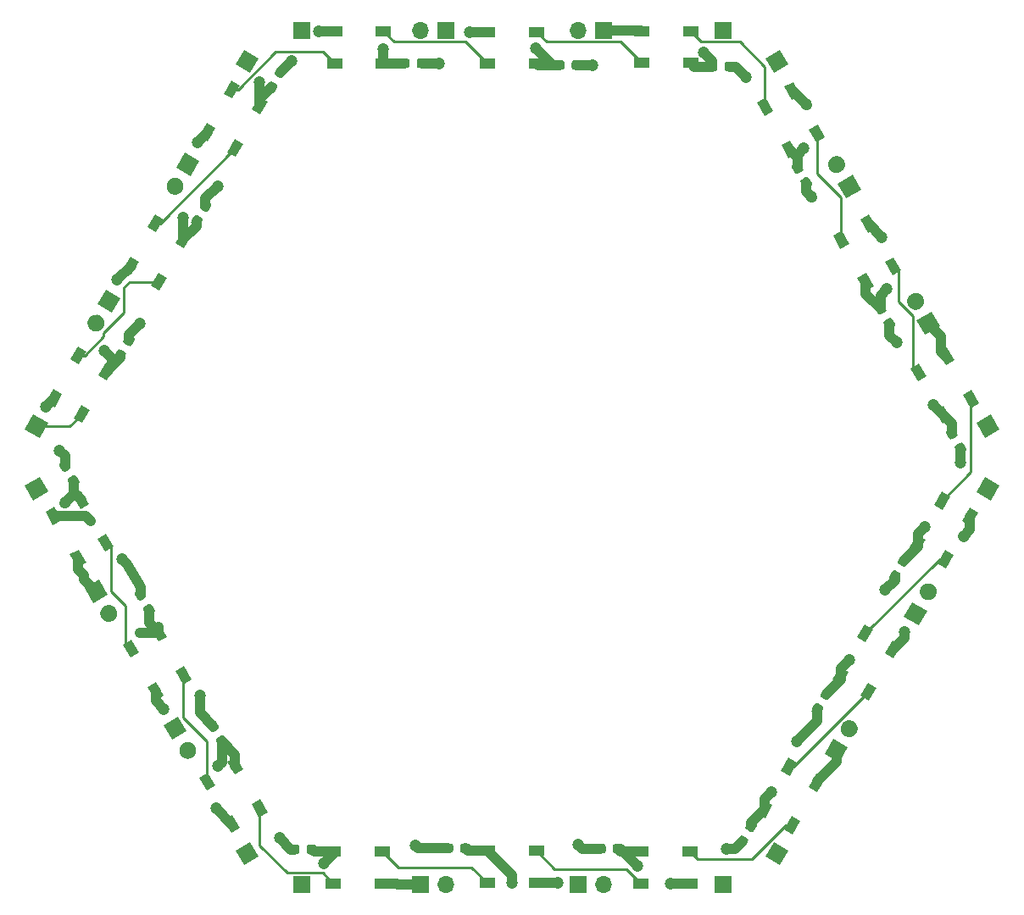
<source format=gtl>
%TF.GenerationSoftware,KiCad,Pcbnew,(5.1.6-0-10_14)*%
%TF.CreationDate,2022-03-25T15:42:39-05:00*%
%TF.ProjectId,ws2812b_hexagon_BACKUP_20220323,77733238-3132-4625-9f68-657861676f6e,rev?*%
%TF.SameCoordinates,Original*%
%TF.FileFunction,Copper,L1,Top*%
%TF.FilePolarity,Positive*%
%FSLAX46Y46*%
G04 Gerber Fmt 4.6, Leading zero omitted, Abs format (unit mm)*
G04 Created by KiCad (PCBNEW (5.1.6-0-10_14)) date 2022-03-25 15:42:39*
%MOMM*%
%LPD*%
G01*
G04 APERTURE LIST*
%TA.AperFunction,ComponentPad*%
%ADD10C,0.100000*%
%TD*%
%TA.AperFunction,ComponentPad*%
%ADD11R,1.700000X1.700000*%
%TD*%
%TA.AperFunction,ComponentPad*%
%ADD12O,1.700000X1.700000*%
%TD*%
%TA.AperFunction,SMDPad,CuDef*%
%ADD13C,0.100000*%
%TD*%
%TA.AperFunction,SMDPad,CuDef*%
%ADD14R,1.500000X1.000000*%
%TD*%
%TA.AperFunction,ViaPad*%
%ADD15C,1.200000*%
%TD*%
%TA.AperFunction,ViaPad*%
%ADD16C,1.000000*%
%TD*%
%TA.AperFunction,Conductor*%
%ADD17C,1.000000*%
%TD*%
%TA.AperFunction,Conductor*%
%ADD18C,0.250000*%
%TD*%
G04 APERTURE END LIST*
%TO.P,J22,2*%
%TO.N,GND*%
%TA.AperFunction,ComponentPad*%
G36*
G01*
X132110329Y-136301694D02*
X132110329Y-136301694D01*
G75*
G02*
X132421451Y-135140572I736122J425000D01*
G01*
X132421451Y-135140572D01*
G75*
G02*
X133582573Y-135451694I425000J-736122D01*
G01*
X133582573Y-135451694D01*
G75*
G02*
X133271451Y-136612816I-736122J-425000D01*
G01*
X133271451Y-136612816D01*
G75*
G02*
X132110329Y-136301694I-425000J736122D01*
G01*
G37*
%TD.AperFunction*%
%TA.AperFunction,ComponentPad*%
D10*
%TO.P,J22,1*%
%TO.N,+5V*%
G36*
X131265329Y-134838111D02*
G01*
X130415329Y-133365867D01*
X131887573Y-132515867D01*
X132737573Y-133988111D01*
X131265329Y-134838111D01*
G37*
%TD.AperFunction*%
%TD*%
D11*
%TO.P,J18,1*%
%TO.N,+5V*%
X171862651Y-149293748D03*
D12*
%TO.P,J18,2*%
%TO.N,GND*%
X174402651Y-149293748D03*
%TD*%
D11*
%TO.P,J17,1*%
%TO.N,/in*%
X186284307Y-149292789D03*
%TD*%
%TO.P,J20,1*%
%TO.N,/in*%
X144197683Y-149296615D03*
%TD*%
%TA.AperFunction,ComponentPad*%
D10*
%TO.P,J21,1*%
%TO.N,/in*%
G36*
X139099231Y-145004909D02*
G01*
X139949231Y-146477153D01*
X138476987Y-147327153D01*
X137626987Y-145854909D01*
X139099231Y-145004909D01*
G37*
%TD.AperFunction*%
%TD*%
%TA.AperFunction,ComponentPad*%
%TO.P,J23,1*%
%TO.N,GND*%
G36*
X123368103Y-121156510D02*
G01*
X122518103Y-119684266D01*
X123990347Y-118834266D01*
X124840347Y-120306510D01*
X123368103Y-121156510D01*
G37*
%TD.AperFunction*%
%TO.P,J23,2*%
%TO.N,+5V*%
%TA.AperFunction,ComponentPad*%
G36*
G01*
X124213103Y-122620093D02*
X124213103Y-122620093D01*
G75*
G02*
X124524225Y-121458971I736122J425000D01*
G01*
X124524225Y-121458971D01*
G75*
G02*
X125685347Y-121770093I425000J-736122D01*
G01*
X125685347Y-121770093D01*
G75*
G02*
X125374225Y-122931215I-736122J-425000D01*
G01*
X125374225Y-122931215D01*
G75*
G02*
X124213103Y-122620093I-425000J736122D01*
G01*
G37*
%TD.AperFunction*%
%TD*%
%TA.AperFunction,ComponentPad*%
%TO.P,J24,1*%
%TO.N,/in*%
G36*
X118052605Y-108558736D02*
G01*
X118902605Y-110030980D01*
X117430361Y-110880980D01*
X116580361Y-109408736D01*
X118052605Y-108558736D01*
G37*
%TD.AperFunction*%
%TD*%
%TA.AperFunction,SMDPad,CuDef*%
D13*
%TO.P,D18,3*%
%TO.N,GND*%
G36*
X121072475Y-116294895D02*
G01*
X121938501Y-115794895D01*
X122688501Y-117093933D01*
X121822475Y-117593933D01*
X121072475Y-116294895D01*
G37*
%TD.AperFunction*%
%TA.AperFunction,SMDPad,CuDef*%
%TO.P,D18,4*%
%TO.N,Net-(D17-Pad2)*%
G36*
X123843757Y-114694895D02*
G01*
X124709783Y-114194895D01*
X125459783Y-115493933D01*
X124593757Y-115993933D01*
X123843757Y-114694895D01*
G37*
%TD.AperFunction*%
%TA.AperFunction,SMDPad,CuDef*%
%TO.P,D18,2*%
%TO.N,/out*%
G36*
X118622475Y-112051371D02*
G01*
X119488501Y-111551371D01*
X120238501Y-112850409D01*
X119372475Y-113350409D01*
X118622475Y-112051371D01*
G37*
%TD.AperFunction*%
%TA.AperFunction,SMDPad,CuDef*%
%TO.P,D18,1*%
%TO.N,+5V*%
G36*
X121393757Y-110451371D02*
G01*
X122259783Y-109951371D01*
X123009783Y-111250409D01*
X122143757Y-111750409D01*
X121393757Y-110451371D01*
G37*
%TD.AperFunction*%
%TD*%
D12*
%TO.P,J19,2*%
%TO.N,+5V*%
X158605424Y-149292147D03*
D11*
%TO.P,J19,1*%
%TO.N,GND*%
X156065424Y-149292147D03*
%TD*%
%TA.AperFunction,SMDPad,CuDef*%
D13*
%TO.P,D16,3*%
%TO.N,GND*%
G36*
X136429898Y-142846880D02*
G01*
X137295924Y-142346880D01*
X138045924Y-143645918D01*
X137179898Y-144145918D01*
X136429898Y-142846880D01*
G37*
%TD.AperFunction*%
%TA.AperFunction,SMDPad,CuDef*%
%TO.P,D16,4*%
%TO.N,Net-(D15-Pad2)*%
G36*
X139201180Y-141246880D02*
G01*
X140067206Y-140746880D01*
X140817206Y-142045918D01*
X139951180Y-142545918D01*
X139201180Y-141246880D01*
G37*
%TD.AperFunction*%
%TA.AperFunction,SMDPad,CuDef*%
%TO.P,D16,2*%
%TO.N,Net-(D16-Pad2)*%
G36*
X133979898Y-138603356D02*
G01*
X134845924Y-138103356D01*
X135595924Y-139402394D01*
X134729898Y-139902394D01*
X133979898Y-138603356D01*
G37*
%TD.AperFunction*%
%TA.AperFunction,SMDPad,CuDef*%
%TO.P,D16,1*%
%TO.N,+5V*%
G36*
X136751180Y-137003356D02*
G01*
X137617206Y-136503356D01*
X138367206Y-137802394D01*
X137501180Y-138302394D01*
X136751180Y-137003356D01*
G37*
%TD.AperFunction*%
%TD*%
%TO.P,J14,2*%
%TO.N,GND*%
%TA.AperFunction,ComponentPad*%
G36*
G01*
X207541395Y-120448840D02*
X207541395Y-120448840D01*
G75*
G02*
X206380273Y-120759962I-736122J425000D01*
G01*
X206380273Y-120759962D01*
G75*
G02*
X206069151Y-119598840I425000J736122D01*
G01*
X206069151Y-119598840D01*
G75*
G02*
X207230273Y-119287718I736122J-425000D01*
G01*
X207230273Y-119287718D01*
G75*
G02*
X207541395Y-120448840I-425000J-736122D01*
G01*
G37*
%TD.AperFunction*%
%TA.AperFunction,ComponentPad*%
D10*
%TO.P,J14,1*%
%TO.N,+5V*%
G36*
X206696395Y-121912423D02*
G01*
X205846395Y-123384667D01*
X204374151Y-122534667D01*
X205224151Y-121062423D01*
X206696395Y-121912423D01*
G37*
%TD.AperFunction*%
%TD*%
%TA.AperFunction,ComponentPad*%
%TO.P,J15,1*%
%TO.N,GND*%
G36*
X198796395Y-135592422D02*
G01*
X197946395Y-137064666D01*
X196474151Y-136214666D01*
X197324151Y-134742422D01*
X198796395Y-135592422D01*
G37*
%TD.AperFunction*%
%TO.P,J15,2*%
%TO.N,+5V*%
%TA.AperFunction,ComponentPad*%
G36*
G01*
X199641395Y-134128839D02*
X199641395Y-134128839D01*
G75*
G02*
X198480273Y-134439961I-736122J425000D01*
G01*
X198480273Y-134439961D01*
G75*
G02*
X198169151Y-133278839I425000J736122D01*
G01*
X198169151Y-133278839D01*
G75*
G02*
X199330273Y-132967717I736122J-425000D01*
G01*
X199330273Y-132967717D01*
G75*
G02*
X199641395Y-134128839I-425000J-736122D01*
G01*
G37*
%TD.AperFunction*%
%TD*%
%TA.AperFunction,ComponentPad*%
%TO.P,J13,1*%
%TO.N,/out*%
G36*
X211584150Y-110044667D02*
G01*
X212434150Y-108572423D01*
X213906394Y-109422423D01*
X213056394Y-110894667D01*
X211584150Y-110044667D01*
G37*
%TD.AperFunction*%
%TD*%
%TA.AperFunction,SMDPad,CuDef*%
D13*
%TO.P,D10,1*%
%TO.N,+5V*%
G36*
X205822646Y-116074825D02*
G01*
X204956620Y-115574825D01*
X205706620Y-114275787D01*
X206572646Y-114775787D01*
X205822646Y-116074825D01*
G37*
%TD.AperFunction*%
%TA.AperFunction,SMDPad,CuDef*%
%TO.P,D10,2*%
%TO.N,/int*%
G36*
X208593928Y-117674825D02*
G01*
X207727902Y-117174825D01*
X208477902Y-115875787D01*
X209343928Y-116375787D01*
X208593928Y-117674825D01*
G37*
%TD.AperFunction*%
%TA.AperFunction,SMDPad,CuDef*%
%TO.P,D10,4*%
%TO.N,Net-(D10-Pad4)*%
G36*
X208272646Y-111831301D02*
G01*
X207406620Y-111331301D01*
X208156620Y-110032263D01*
X209022646Y-110532263D01*
X208272646Y-111831301D01*
G37*
%TD.AperFunction*%
%TA.AperFunction,SMDPad,CuDef*%
%TO.P,D10,3*%
%TO.N,GND*%
G36*
X211043928Y-113431301D02*
G01*
X210177902Y-112931301D01*
X210927902Y-111632263D01*
X211793928Y-112132263D01*
X211043928Y-113431301D01*
G37*
%TD.AperFunction*%
%TD*%
%TA.AperFunction,ComponentPad*%
D10*
%TO.P,J16,1*%
%TO.N,/in*%
G36*
X190544151Y-146494666D02*
G01*
X191394151Y-145022422D01*
X192866395Y-145872422D01*
X192016395Y-147344666D01*
X190544151Y-146494666D01*
G37*
%TD.AperFunction*%
%TD*%
%TA.AperFunction,SMDPad,CuDef*%
D13*
%TO.P,D12,3*%
%TO.N,GND*%
G36*
X195733927Y-140011301D02*
G01*
X194867901Y-139511301D01*
X195617901Y-138212263D01*
X196483927Y-138712263D01*
X195733927Y-140011301D01*
G37*
%TD.AperFunction*%
%TA.AperFunction,SMDPad,CuDef*%
%TO.P,D12,4*%
%TO.N,Net-(D11-Pad2)*%
G36*
X192962645Y-138411301D02*
G01*
X192096619Y-137911301D01*
X192846619Y-136612263D01*
X193712645Y-137112263D01*
X192962645Y-138411301D01*
G37*
%TD.AperFunction*%
%TA.AperFunction,SMDPad,CuDef*%
%TO.P,D12,2*%
%TO.N,Net-(D12-Pad2)*%
G36*
X193283927Y-144254825D02*
G01*
X192417901Y-143754825D01*
X193167901Y-142455787D01*
X194033927Y-142955787D01*
X193283927Y-144254825D01*
G37*
%TD.AperFunction*%
%TA.AperFunction,SMDPad,CuDef*%
%TO.P,D12,1*%
%TO.N,+5V*%
G36*
X190512645Y-142654825D02*
G01*
X189646619Y-142154825D01*
X190396619Y-140855787D01*
X191262645Y-141355787D01*
X190512645Y-142654825D01*
G37*
%TD.AperFunction*%
%TD*%
%TA.AperFunction,SMDPad,CuDef*%
%TO.P,D11,3*%
%TO.N,GND*%
G36*
X203343927Y-126661301D02*
G01*
X202477901Y-126161301D01*
X203227901Y-124862263D01*
X204093927Y-125362263D01*
X203343927Y-126661301D01*
G37*
%TD.AperFunction*%
%TA.AperFunction,SMDPad,CuDef*%
%TO.P,D11,4*%
%TO.N,/int*%
G36*
X200572645Y-125061301D02*
G01*
X199706619Y-124561301D01*
X200456619Y-123262263D01*
X201322645Y-123762263D01*
X200572645Y-125061301D01*
G37*
%TD.AperFunction*%
%TA.AperFunction,SMDPad,CuDef*%
%TO.P,D11,2*%
%TO.N,Net-(D11-Pad2)*%
G36*
X200893927Y-130904825D02*
G01*
X200027901Y-130404825D01*
X200777901Y-129105787D01*
X201643927Y-129605787D01*
X200893927Y-130904825D01*
G37*
%TD.AperFunction*%
%TA.AperFunction,SMDPad,CuDef*%
%TO.P,D11,1*%
%TO.N,+5V*%
G36*
X198122645Y-129304825D02*
G01*
X197256619Y-128804825D01*
X198006619Y-127505787D01*
X198872645Y-128005787D01*
X198122645Y-129304825D01*
G37*
%TD.AperFunction*%
%TD*%
%TA.AperFunction,SMDPad,CuDef*%
%TO.P,D9,1*%
%TO.N,+5V*%
G36*
X209099377Y-102751910D02*
G01*
X208233351Y-103251910D01*
X207483351Y-101952872D01*
X208349377Y-101452872D01*
X209099377Y-102751910D01*
G37*
%TD.AperFunction*%
%TA.AperFunction,SMDPad,CuDef*%
%TO.P,D9,2*%
%TO.N,Net-(D10-Pad4)*%
G36*
X211870659Y-101151910D02*
G01*
X211004633Y-101651910D01*
X210254633Y-100352872D01*
X211120659Y-99852872D01*
X211870659Y-101151910D01*
G37*
%TD.AperFunction*%
%TA.AperFunction,SMDPad,CuDef*%
%TO.P,D9,4*%
%TO.N,Net-(D8-Pad2)*%
G36*
X206649377Y-98508386D02*
G01*
X205783351Y-99008386D01*
X205033351Y-97709348D01*
X205899377Y-97209348D01*
X206649377Y-98508386D01*
G37*
%TD.AperFunction*%
%TA.AperFunction,SMDPad,CuDef*%
%TO.P,D9,3*%
%TO.N,GND*%
G36*
X209420659Y-96908386D02*
G01*
X208554633Y-97408386D01*
X207804633Y-96109348D01*
X208670659Y-95609348D01*
X209420659Y-96908386D01*
G37*
%TD.AperFunction*%
%TD*%
%TA.AperFunction,SMDPad,CuDef*%
%TO.P,D7,3*%
%TO.N,GND*%
G36*
X194056703Y-70359537D02*
G01*
X193190677Y-70859537D01*
X192440677Y-69560499D01*
X193306703Y-69060499D01*
X194056703Y-70359537D01*
G37*
%TD.AperFunction*%
%TA.AperFunction,SMDPad,CuDef*%
%TO.P,D7,4*%
%TO.N,Net-(D6-Pad2)*%
G36*
X191285421Y-71959537D02*
G01*
X190419395Y-72459537D01*
X189669395Y-71160499D01*
X190535421Y-70660499D01*
X191285421Y-71959537D01*
G37*
%TD.AperFunction*%
%TA.AperFunction,SMDPad,CuDef*%
%TO.P,D7,2*%
%TO.N,Net-(D7-Pad2)*%
G36*
X196506703Y-74603061D02*
G01*
X195640677Y-75103061D01*
X194890677Y-73804023D01*
X195756703Y-73304023D01*
X196506703Y-74603061D01*
G37*
%TD.AperFunction*%
%TA.AperFunction,SMDPad,CuDef*%
%TO.P,D7,1*%
%TO.N,+5V*%
G36*
X193735421Y-76203061D02*
G01*
X192869395Y-76703061D01*
X192119395Y-75404023D01*
X192985421Y-74904023D01*
X193735421Y-76203061D01*
G37*
%TD.AperFunction*%
%TD*%
%TA.AperFunction,ComponentPad*%
D10*
%TO.P,J12,1*%
%TO.N,/out*%
G36*
X212440528Y-104644546D02*
G01*
X211590528Y-103172302D01*
X213062772Y-102322302D01*
X213912772Y-103794546D01*
X212440528Y-104644546D01*
G37*
%TD.AperFunction*%
%TD*%
%TA.AperFunction,ComponentPad*%
%TO.P,J9,1*%
%TO.N,/in*%
G36*
X191393903Y-68198374D02*
G01*
X190543903Y-66726130D01*
X192016147Y-65876130D01*
X192866147Y-67348374D01*
X191393903Y-68198374D01*
G37*
%TD.AperFunction*%
%TD*%
%TA.AperFunction,ComponentPad*%
%TO.P,J10,1*%
%TO.N,+5V*%
G36*
X199227805Y-78365171D02*
G01*
X200077805Y-79837415D01*
X198605561Y-80687415D01*
X197755561Y-79215171D01*
X199227805Y-78365171D01*
G37*
%TD.AperFunction*%
%TO.P,J10,2*%
%TO.N,GND*%
%TA.AperFunction,ComponentPad*%
G36*
G01*
X198382805Y-76901588D02*
X198382805Y-76901588D01*
G75*
G02*
X198071683Y-78062710I-736122J-425000D01*
G01*
X198071683Y-78062710D01*
G75*
G02*
X196910561Y-77751588I-425000J736122D01*
G01*
X196910561Y-77751588D01*
G75*
G02*
X197221683Y-76590466I736122J425000D01*
G01*
X197221683Y-76590466D01*
G75*
G02*
X198382805Y-76901588I425000J-736122D01*
G01*
G37*
%TD.AperFunction*%
%TD*%
%TO.P,J11,2*%
%TO.N,+5V*%
%TA.AperFunction,ComponentPad*%
G36*
G01*
X206280032Y-90583188D02*
X206280032Y-90583188D01*
G75*
G02*
X205968910Y-91744310I-736122J-425000D01*
G01*
X205968910Y-91744310D01*
G75*
G02*
X204807788Y-91433188I-425000J736122D01*
G01*
X204807788Y-91433188D01*
G75*
G02*
X205118910Y-90272066I736122J425000D01*
G01*
X205118910Y-90272066D01*
G75*
G02*
X206280032Y-90583188I425000J-736122D01*
G01*
G37*
%TD.AperFunction*%
%TA.AperFunction,ComponentPad*%
%TO.P,J11,1*%
%TO.N,GND*%
G36*
X207125032Y-92046771D02*
G01*
X207975032Y-93519015D01*
X206502788Y-94369015D01*
X205652788Y-92896771D01*
X207125032Y-92046771D01*
G37*
%TD.AperFunction*%
%TD*%
%TA.AperFunction,SMDPad,CuDef*%
D13*
%TO.P,D8,1*%
%TO.N,+5V*%
G36*
X201342937Y-89486458D02*
G01*
X200476911Y-89986458D01*
X199726911Y-88687420D01*
X200592937Y-88187420D01*
X201342937Y-89486458D01*
G37*
%TD.AperFunction*%
%TA.AperFunction,SMDPad,CuDef*%
%TO.P,D8,2*%
%TO.N,Net-(D8-Pad2)*%
G36*
X204114219Y-87886458D02*
G01*
X203248193Y-88386458D01*
X202498193Y-87087420D01*
X203364219Y-86587420D01*
X204114219Y-87886458D01*
G37*
%TD.AperFunction*%
%TA.AperFunction,SMDPad,CuDef*%
%TO.P,D8,4*%
%TO.N,Net-(D7-Pad2)*%
G36*
X198892937Y-85242934D02*
G01*
X198026911Y-85742934D01*
X197276911Y-84443896D01*
X198142937Y-83943896D01*
X198892937Y-85242934D01*
G37*
%TD.AperFunction*%
%TA.AperFunction,SMDPad,CuDef*%
%TO.P,D8,3*%
%TO.N,GND*%
G36*
X201664219Y-83642934D02*
G01*
X200798193Y-84142934D01*
X200048193Y-82843896D01*
X200914219Y-82343896D01*
X201664219Y-83642934D01*
G37*
%TD.AperFunction*%
%TD*%
D12*
%TO.P,J6,2*%
%TO.N,GND*%
X156074808Y-63896332D03*
D11*
%TO.P,J6,1*%
%TO.N,+5V*%
X158614808Y-63896332D03*
%TD*%
%TO.P,J7,1*%
%TO.N,GND*%
X174412035Y-63897933D03*
D12*
%TO.P,J7,2*%
%TO.N,+5V*%
X171872035Y-63897933D03*
%TD*%
D11*
%TO.P,J5,1*%
%TO.N,/in*%
X144193151Y-63897289D03*
%TD*%
D14*
%TO.P,D4,1*%
%TO.N,+5V*%
X152396174Y-67221819D03*
%TO.P,D4,2*%
%TO.N,Net-(D4-Pad2)*%
X152396174Y-64021819D03*
%TO.P,D4,4*%
%TO.N,Net-(D3-Pad2)*%
X147496174Y-67221819D03*
%TO.P,D4,3*%
%TO.N,GND*%
X147496174Y-64021819D03*
%TD*%
D11*
%TO.P,J8,1*%
%TO.N,/in*%
X186279776Y-63893464D03*
%TD*%
D14*
%TO.P,D6,3*%
%TO.N,GND*%
X178170130Y-63990669D03*
%TO.P,D6,4*%
%TO.N,Net-(D5-Pad2)*%
X178170130Y-67190669D03*
%TO.P,D6,2*%
%TO.N,Net-(D6-Pad2)*%
X183070130Y-63990669D03*
%TO.P,D6,1*%
%TO.N,+5V*%
X183070130Y-67190669D03*
%TD*%
%TO.P,D5,3*%
%TO.N,GND*%
X162803691Y-64075216D03*
%TO.P,D5,4*%
%TO.N,Net-(D4-Pad2)*%
X162803691Y-67275216D03*
%TO.P,D5,2*%
%TO.N,Net-(D5-Pad2)*%
X167703691Y-64075216D03*
%TO.P,D5,1*%
%TO.N,+5V*%
X167703691Y-67275216D03*
%TD*%
%TA.AperFunction,SMDPad,CuDef*%
D13*
%TO.P,D3,1*%
%TO.N,+5V*%
G36*
X139969826Y-70545545D02*
G01*
X140835852Y-71045545D01*
X140085852Y-72344583D01*
X139219826Y-71844583D01*
X139969826Y-70545545D01*
G37*
%TD.AperFunction*%
%TA.AperFunction,SMDPad,CuDef*%
%TO.P,D3,2*%
%TO.N,Net-(D3-Pad2)*%
G36*
X137198544Y-68945545D02*
G01*
X138064570Y-69445545D01*
X137314570Y-70744583D01*
X136448544Y-70244583D01*
X137198544Y-68945545D01*
G37*
%TD.AperFunction*%
%TA.AperFunction,SMDPad,CuDef*%
%TO.P,D3,4*%
%TO.N,Net-(D2-Pad2)*%
G36*
X137519826Y-74789069D02*
G01*
X138385852Y-75289069D01*
X137635852Y-76588107D01*
X136769826Y-76088107D01*
X137519826Y-74789069D01*
G37*
%TD.AperFunction*%
%TA.AperFunction,SMDPad,CuDef*%
%TO.P,D3,3*%
%TO.N,GND*%
G36*
X134748544Y-73189069D02*
G01*
X135614570Y-73689069D01*
X134864570Y-74988107D01*
X133998544Y-74488107D01*
X134748544Y-73189069D01*
G37*
%TD.AperFunction*%
%TD*%
%TA.AperFunction,SMDPad,CuDef*%
%TO.P,D1,3*%
%TO.N,GND*%
G36*
X119438544Y-99769069D02*
G01*
X120304570Y-100269069D01*
X119554570Y-101568107D01*
X118688544Y-101068107D01*
X119438544Y-99769069D01*
G37*
%TD.AperFunction*%
%TA.AperFunction,SMDPad,CuDef*%
%TO.P,D1,4*%
%TO.N,/in*%
G36*
X122209826Y-101369069D02*
G01*
X123075852Y-101869069D01*
X122325852Y-103168107D01*
X121459826Y-102668107D01*
X122209826Y-101369069D01*
G37*
%TD.AperFunction*%
%TA.AperFunction,SMDPad,CuDef*%
%TO.P,D1,2*%
%TO.N,Net-(D1-Pad2)*%
G36*
X121888544Y-95525545D02*
G01*
X122754570Y-96025545D01*
X122004570Y-97324583D01*
X121138544Y-96824583D01*
X121888544Y-95525545D01*
G37*
%TD.AperFunction*%
%TA.AperFunction,SMDPad,CuDef*%
%TO.P,D1,1*%
%TO.N,+5V*%
G36*
X124659826Y-97125545D02*
G01*
X125525852Y-97625545D01*
X124775852Y-98924583D01*
X123909826Y-98424583D01*
X124659826Y-97125545D01*
G37*
%TD.AperFunction*%
%TD*%
%TA.AperFunction,ComponentPad*%
D10*
%TO.P,J4,1*%
%TO.N,/in*%
G36*
X139938321Y-66705704D02*
G01*
X139088321Y-68177948D01*
X137616077Y-67327948D01*
X138466077Y-65855704D01*
X139938321Y-66705704D01*
G37*
%TD.AperFunction*%
%TD*%
%TA.AperFunction,ComponentPad*%
%TO.P,J1,1*%
%TO.N,/in*%
G36*
X118898322Y-103155702D02*
G01*
X118048322Y-104627946D01*
X116576078Y-103777946D01*
X117426078Y-102305702D01*
X118898322Y-103155702D01*
G37*
%TD.AperFunction*%
%TD*%
%TA.AperFunction,ComponentPad*%
%TO.P,J2,1*%
%TO.N,+5V*%
G36*
X123786076Y-91287947D02*
G01*
X124636076Y-89815703D01*
X126108320Y-90665703D01*
X125258320Y-92137947D01*
X123786076Y-91287947D01*
G37*
%TD.AperFunction*%
%TO.P,J2,2*%
%TO.N,GND*%
%TA.AperFunction,ComponentPad*%
G36*
G01*
X122941076Y-92751530D02*
X122941076Y-92751530D01*
G75*
G02*
X124102198Y-92440408I736122J-425000D01*
G01*
X124102198Y-92440408D01*
G75*
G02*
X124413320Y-93601530I-425000J-736122D01*
G01*
X124413320Y-93601530D01*
G75*
G02*
X123252198Y-93912652I-736122J425000D01*
G01*
X123252198Y-93912652D01*
G75*
G02*
X122941076Y-92751530I425000J736122D01*
G01*
G37*
%TD.AperFunction*%
%TD*%
%TO.P,J3,2*%
%TO.N,+5V*%
%TA.AperFunction,ComponentPad*%
G36*
G01*
X130841076Y-79071531D02*
X130841076Y-79071531D01*
G75*
G02*
X132002198Y-78760409I736122J-425000D01*
G01*
X132002198Y-78760409D01*
G75*
G02*
X132313320Y-79921531I-425000J-736122D01*
G01*
X132313320Y-79921531D01*
G75*
G02*
X131152198Y-80232653I-736122J425000D01*
G01*
X131152198Y-80232653D01*
G75*
G02*
X130841076Y-79071531I425000J736122D01*
G01*
G37*
%TD.AperFunction*%
%TA.AperFunction,ComponentPad*%
%TO.P,J3,1*%
%TO.N,GND*%
G36*
X131686076Y-77607948D02*
G01*
X132536076Y-76135704D01*
X134008320Y-76985704D01*
X133158320Y-78457948D01*
X131686076Y-77607948D01*
G37*
%TD.AperFunction*%
%TD*%
%TA.AperFunction,SMDPad,CuDef*%
D13*
%TO.P,D2,1*%
%TO.N,+5V*%
G36*
X132359827Y-83895545D02*
G01*
X133225853Y-84395545D01*
X132475853Y-85694583D01*
X131609827Y-85194583D01*
X132359827Y-83895545D01*
G37*
%TD.AperFunction*%
%TA.AperFunction,SMDPad,CuDef*%
%TO.P,D2,2*%
%TO.N,Net-(D2-Pad2)*%
G36*
X129588545Y-82295545D02*
G01*
X130454571Y-82795545D01*
X129704571Y-84094583D01*
X128838545Y-83594583D01*
X129588545Y-82295545D01*
G37*
%TD.AperFunction*%
%TA.AperFunction,SMDPad,CuDef*%
%TO.P,D2,4*%
%TO.N,Net-(D1-Pad2)*%
G36*
X129909827Y-88139069D02*
G01*
X130775853Y-88639069D01*
X130025853Y-89938107D01*
X129159827Y-89438107D01*
X129909827Y-88139069D01*
G37*
%TD.AperFunction*%
%TA.AperFunction,SMDPad,CuDef*%
%TO.P,D2,3*%
%TO.N,GND*%
G36*
X127138545Y-86539069D02*
G01*
X128004571Y-87039069D01*
X127254571Y-88338107D01*
X126388545Y-87838107D01*
X127138545Y-86539069D01*
G37*
%TD.AperFunction*%
%TD*%
D14*
%TO.P,D13,1*%
%TO.N,+5V*%
X178074753Y-145971394D03*
%TO.P,D13,2*%
%TO.N,Net-(D13-Pad2)*%
X178074753Y-149171394D03*
%TO.P,D13,4*%
%TO.N,Net-(D12-Pad2)*%
X182974753Y-145971394D03*
%TO.P,D13,3*%
%TO.N,GND*%
X182974753Y-149171394D03*
%TD*%
%TO.P,D15,3*%
%TO.N,GND*%
X152300797Y-149202545D03*
%TO.P,D15,4*%
%TO.N,Net-(D14-Pad2)*%
X152300797Y-146002545D03*
%TO.P,D15,2*%
%TO.N,Net-(D15-Pad2)*%
X147400797Y-149202545D03*
%TO.P,D15,1*%
%TO.N,+5V*%
X147400797Y-146002545D03*
%TD*%
%TO.P,D14,3*%
%TO.N,GND*%
X167667236Y-149117998D03*
%TO.P,D14,4*%
%TO.N,Net-(D13-Pad2)*%
X167667236Y-145917998D03*
%TO.P,D14,2*%
%TO.N,Net-(D14-Pad2)*%
X162767236Y-149117998D03*
%TO.P,D14,1*%
%TO.N,+5V*%
X162767236Y-145917998D03*
%TD*%
%TA.AperFunction,SMDPad,CuDef*%
D13*
%TO.P,D17,1*%
%TO.N,+5V*%
G36*
X129143664Y-123719959D02*
G01*
X130009690Y-123219959D01*
X130759690Y-124518997D01*
X129893664Y-125018997D01*
X129143664Y-123719959D01*
G37*
%TD.AperFunction*%
%TA.AperFunction,SMDPad,CuDef*%
%TO.P,D17,2*%
%TO.N,Net-(D17-Pad2)*%
G36*
X126372382Y-125319959D02*
G01*
X127238408Y-124819959D01*
X127988408Y-126118997D01*
X127122382Y-126618997D01*
X126372382Y-125319959D01*
G37*
%TD.AperFunction*%
%TA.AperFunction,SMDPad,CuDef*%
%TO.P,D17,4*%
%TO.N,Net-(D16-Pad2)*%
G36*
X131593664Y-127963483D02*
G01*
X132459690Y-127463483D01*
X133209690Y-128762521D01*
X132343664Y-129262521D01*
X131593664Y-127963483D01*
G37*
%TD.AperFunction*%
%TA.AperFunction,SMDPad,CuDef*%
%TO.P,D17,3*%
%TO.N,GND*%
G36*
X128822382Y-129563483D02*
G01*
X129688408Y-129063483D01*
X130438408Y-130362521D01*
X129572382Y-130862521D01*
X128822382Y-129563483D01*
G37*
%TD.AperFunction*%
%TD*%
%TO.P,C1,2*%
%TO.N,GND*%
%TA.AperFunction,SMDPad,CuDef*%
G36*
G01*
X171180000Y-67627500D02*
X171180000Y-67152500D01*
G75*
G02*
X171417500Y-66915000I237500J0D01*
G01*
X171992500Y-66915000D01*
G75*
G02*
X172230000Y-67152500I0J-237500D01*
G01*
X172230000Y-67627500D01*
G75*
G02*
X171992500Y-67865000I-237500J0D01*
G01*
X171417500Y-67865000D01*
G75*
G02*
X171180000Y-67627500I0J237500D01*
G01*
G37*
%TD.AperFunction*%
%TO.P,C1,1*%
%TO.N,+5V*%
%TA.AperFunction,SMDPad,CuDef*%
G36*
G01*
X169430000Y-67627500D02*
X169430000Y-67152500D01*
G75*
G02*
X169667500Y-66915000I237500J0D01*
G01*
X170242500Y-66915000D01*
G75*
G02*
X170480000Y-67152500I0J-237500D01*
G01*
X170480000Y-67627500D01*
G75*
G02*
X170242500Y-67865000I-237500J0D01*
G01*
X169667500Y-67865000D01*
G75*
G02*
X169430000Y-67627500I0J237500D01*
G01*
G37*
%TD.AperFunction*%
%TD*%
%TO.P,C2,2*%
%TO.N,GND*%
%TA.AperFunction,SMDPad,CuDef*%
G36*
G01*
X159350000Y-145412500D02*
X159350000Y-145887500D01*
G75*
G02*
X159112500Y-146125000I-237500J0D01*
G01*
X158537500Y-146125000D01*
G75*
G02*
X158300000Y-145887500I0J237500D01*
G01*
X158300000Y-145412500D01*
G75*
G02*
X158537500Y-145175000I237500J0D01*
G01*
X159112500Y-145175000D01*
G75*
G02*
X159350000Y-145412500I0J-237500D01*
G01*
G37*
%TD.AperFunction*%
%TO.P,C2,1*%
%TO.N,+5V*%
%TA.AperFunction,SMDPad,CuDef*%
G36*
G01*
X161100000Y-145412500D02*
X161100000Y-145887500D01*
G75*
G02*
X160862500Y-146125000I-237500J0D01*
G01*
X160287500Y-146125000D01*
G75*
G02*
X160050000Y-145887500I0J237500D01*
G01*
X160050000Y-145412500D01*
G75*
G02*
X160287500Y-145175000I237500J0D01*
G01*
X160862500Y-145175000D01*
G75*
G02*
X161100000Y-145412500I0J-237500D01*
G01*
G37*
%TD.AperFunction*%
%TD*%
%TO.P,C3,1*%
%TO.N,+5V*%
%TA.AperFunction,SMDPad,CuDef*%
G36*
G01*
X153955000Y-67447500D02*
X153955000Y-66972500D01*
G75*
G02*
X154192500Y-66735000I237500J0D01*
G01*
X154767500Y-66735000D01*
G75*
G02*
X155005000Y-66972500I0J-237500D01*
G01*
X155005000Y-67447500D01*
G75*
G02*
X154767500Y-67685000I-237500J0D01*
G01*
X154192500Y-67685000D01*
G75*
G02*
X153955000Y-67447500I0J237500D01*
G01*
G37*
%TD.AperFunction*%
%TO.P,C3,2*%
%TO.N,GND*%
%TA.AperFunction,SMDPad,CuDef*%
G36*
G01*
X155705000Y-67447500D02*
X155705000Y-66972500D01*
G75*
G02*
X155942500Y-66735000I237500J0D01*
G01*
X156517500Y-66735000D01*
G75*
G02*
X156755000Y-66972500I0J-237500D01*
G01*
X156755000Y-67447500D01*
G75*
G02*
X156517500Y-67685000I-237500J0D01*
G01*
X155942500Y-67685000D01*
G75*
G02*
X155705000Y-67447500I0J237500D01*
G01*
G37*
%TD.AperFunction*%
%TD*%
%TO.P,C4,2*%
%TO.N,GND*%
%TA.AperFunction,SMDPad,CuDef*%
G36*
G01*
X128578181Y-120645913D02*
X128166819Y-120883413D01*
G75*
G02*
X127842388Y-120796482I-118750J205681D01*
G01*
X127554888Y-120298518D01*
G75*
G02*
X127641819Y-119974087I205681J118750D01*
G01*
X128053181Y-119736587D01*
G75*
G02*
X128377612Y-119823518I118750J-205681D01*
G01*
X128665112Y-120321482D01*
G75*
G02*
X128578181Y-120645913I-205681J-118750D01*
G01*
G37*
%TD.AperFunction*%
%TO.P,C4,1*%
%TO.N,+5V*%
%TA.AperFunction,SMDPad,CuDef*%
G36*
G01*
X129453181Y-122161457D02*
X129041819Y-122398957D01*
G75*
G02*
X128717388Y-122312026I-118750J205681D01*
G01*
X128429888Y-121814062D01*
G75*
G02*
X128516819Y-121489631I205681J118750D01*
G01*
X128928181Y-121252131D01*
G75*
G02*
X129252612Y-121339062I118750J-205681D01*
G01*
X129540112Y-121837026D01*
G75*
G02*
X129453181Y-122161457I-205681J-118750D01*
G01*
G37*
%TD.AperFunction*%
%TD*%
%TO.P,C5,2*%
%TO.N,GND*%
%TA.AperFunction,SMDPad,CuDef*%
G36*
G01*
X209556819Y-105379631D02*
X209968181Y-105142131D01*
G75*
G02*
X210292612Y-105229062I118750J-205681D01*
G01*
X210580112Y-105727026D01*
G75*
G02*
X210493181Y-106051457I-205681J-118750D01*
G01*
X210081819Y-106288957D01*
G75*
G02*
X209757388Y-106202026I-118750J205681D01*
G01*
X209469888Y-105704062D01*
G75*
G02*
X209556819Y-105379631I205681J118750D01*
G01*
G37*
%TD.AperFunction*%
%TO.P,C5,1*%
%TO.N,+5V*%
%TA.AperFunction,SMDPad,CuDef*%
G36*
G01*
X208681819Y-103864087D02*
X209093181Y-103626587D01*
G75*
G02*
X209417612Y-103713518I118750J-205681D01*
G01*
X209705112Y-104211482D01*
G75*
G02*
X209618181Y-104535913I-205681J-118750D01*
G01*
X209206819Y-104773413D01*
G75*
G02*
X208882388Y-104686482I-118750J205681D01*
G01*
X208594888Y-104188518D01*
G75*
G02*
X208681819Y-103864087I205681J118750D01*
G01*
G37*
%TD.AperFunction*%
%TD*%
%TO.P,C6,2*%
%TO.N,GND*%
%TA.AperFunction,SMDPad,CuDef*%
G36*
G01*
X186455000Y-67777500D02*
X186455000Y-67302500D01*
G75*
G02*
X186692500Y-67065000I237500J0D01*
G01*
X187267500Y-67065000D01*
G75*
G02*
X187505000Y-67302500I0J-237500D01*
G01*
X187505000Y-67777500D01*
G75*
G02*
X187267500Y-68015000I-237500J0D01*
G01*
X186692500Y-68015000D01*
G75*
G02*
X186455000Y-67777500I0J237500D01*
G01*
G37*
%TD.AperFunction*%
%TO.P,C6,1*%
%TO.N,+5V*%
%TA.AperFunction,SMDPad,CuDef*%
G36*
G01*
X184705000Y-67777500D02*
X184705000Y-67302500D01*
G75*
G02*
X184942500Y-67065000I237500J0D01*
G01*
X185517500Y-67065000D01*
G75*
G02*
X185755000Y-67302500I0J-237500D01*
G01*
X185755000Y-67777500D01*
G75*
G02*
X185517500Y-68015000I-237500J0D01*
G01*
X184942500Y-68015000D01*
G75*
G02*
X184705000Y-67777500I0J237500D01*
G01*
G37*
%TD.AperFunction*%
%TD*%
%TO.P,C7,2*%
%TO.N,GND*%
%TA.AperFunction,SMDPad,CuDef*%
G36*
G01*
X135840681Y-133798141D02*
X135429319Y-134035641D01*
G75*
G02*
X135104888Y-133948710I-118750J205681D01*
G01*
X134817388Y-133450746D01*
G75*
G02*
X134904319Y-133126315I205681J118750D01*
G01*
X135315681Y-132888815D01*
G75*
G02*
X135640112Y-132975746I118750J-205681D01*
G01*
X135927612Y-133473710D01*
G75*
G02*
X135840681Y-133798141I-205681J-118750D01*
G01*
G37*
%TD.AperFunction*%
%TO.P,C7,1*%
%TO.N,+5V*%
%TA.AperFunction,SMDPad,CuDef*%
G36*
G01*
X136715681Y-135313685D02*
X136304319Y-135551185D01*
G75*
G02*
X135979888Y-135464254I-118750J205681D01*
G01*
X135692388Y-134966290D01*
G75*
G02*
X135779319Y-134641859I205681J118750D01*
G01*
X136190681Y-134404359D01*
G75*
G02*
X136515112Y-134491290I118750J-205681D01*
G01*
X136802612Y-134989254D01*
G75*
G02*
X136715681Y-135313685I-205681J-118750D01*
G01*
G37*
%TD.AperFunction*%
%TD*%
%TO.P,C8,2*%
%TO.N,GND*%
%TA.AperFunction,SMDPad,CuDef*%
G36*
G01*
X121038181Y-107775913D02*
X120626819Y-108013413D01*
G75*
G02*
X120302388Y-107926482I-118750J205681D01*
G01*
X120014888Y-107428518D01*
G75*
G02*
X120101819Y-107104087I205681J118750D01*
G01*
X120513181Y-106866587D01*
G75*
G02*
X120837612Y-106953518I118750J-205681D01*
G01*
X121125112Y-107451482D01*
G75*
G02*
X121038181Y-107775913I-205681J-118750D01*
G01*
G37*
%TD.AperFunction*%
%TO.P,C8,1*%
%TO.N,+5V*%
%TA.AperFunction,SMDPad,CuDef*%
G36*
G01*
X121913181Y-109291457D02*
X121501819Y-109528957D01*
G75*
G02*
X121177388Y-109442026I-118750J205681D01*
G01*
X120889888Y-108944062D01*
G75*
G02*
X120976819Y-108619631I205681J118750D01*
G01*
X121388181Y-108382131D01*
G75*
G02*
X121712612Y-108469062I118750J-205681D01*
G01*
X122000112Y-108967026D01*
G75*
G02*
X121913181Y-109291457I-205681J-118750D01*
G01*
G37*
%TD.AperFunction*%
%TD*%
%TO.P,C9,2*%
%TO.N,GND*%
%TA.AperFunction,SMDPad,CuDef*%
G36*
G01*
X202449319Y-92921859D02*
X202860681Y-92684359D01*
G75*
G02*
X203185112Y-92771290I118750J-205681D01*
G01*
X203472612Y-93269254D01*
G75*
G02*
X203385681Y-93593685I-205681J-118750D01*
G01*
X202974319Y-93831185D01*
G75*
G02*
X202649888Y-93744254I-118750J205681D01*
G01*
X202362388Y-93246290D01*
G75*
G02*
X202449319Y-92921859I205681J118750D01*
G01*
G37*
%TD.AperFunction*%
%TO.P,C9,1*%
%TO.N,+5V*%
%TA.AperFunction,SMDPad,CuDef*%
G36*
G01*
X201574319Y-91406315D02*
X201985681Y-91168815D01*
G75*
G02*
X202310112Y-91255746I118750J-205681D01*
G01*
X202597612Y-91753710D01*
G75*
G02*
X202510681Y-92078141I-205681J-118750D01*
G01*
X202099319Y-92315641D01*
G75*
G02*
X201774888Y-92228710I-118750J205681D01*
G01*
X201487388Y-91730746D01*
G75*
G02*
X201574319Y-91406315I205681J118750D01*
G01*
G37*
%TD.AperFunction*%
%TD*%
%TO.P,C10,1*%
%TO.N,+5V*%
%TA.AperFunction,SMDPad,CuDef*%
G36*
G01*
X145755000Y-145532500D02*
X145755000Y-146007500D01*
G75*
G02*
X145517500Y-146245000I-237500J0D01*
G01*
X144942500Y-146245000D01*
G75*
G02*
X144705000Y-146007500I0J237500D01*
G01*
X144705000Y-145532500D01*
G75*
G02*
X144942500Y-145295000I237500J0D01*
G01*
X145517500Y-145295000D01*
G75*
G02*
X145755000Y-145532500I0J-237500D01*
G01*
G37*
%TD.AperFunction*%
%TO.P,C10,2*%
%TO.N,GND*%
%TA.AperFunction,SMDPad,CuDef*%
G36*
G01*
X144005000Y-145532500D02*
X144005000Y-146007500D01*
G75*
G02*
X143767500Y-146245000I-237500J0D01*
G01*
X143192500Y-146245000D01*
G75*
G02*
X142955000Y-146007500I0J237500D01*
G01*
X142955000Y-145532500D01*
G75*
G02*
X143192500Y-145295000I237500J0D01*
G01*
X143767500Y-145295000D01*
G75*
G02*
X144005000Y-145532500I0J-237500D01*
G01*
G37*
%TD.AperFunction*%
%TD*%
%TO.P,C11,1*%
%TO.N,+5V*%
%TA.AperFunction,SMDPad,CuDef*%
G36*
G01*
X193274319Y-77326315D02*
X193685681Y-77088815D01*
G75*
G02*
X194010112Y-77175746I118750J-205681D01*
G01*
X194297612Y-77673710D01*
G75*
G02*
X194210681Y-77998141I-205681J-118750D01*
G01*
X193799319Y-78235641D01*
G75*
G02*
X193474888Y-78148710I-118750J205681D01*
G01*
X193187388Y-77650746D01*
G75*
G02*
X193274319Y-77326315I205681J118750D01*
G01*
G37*
%TD.AperFunction*%
%TO.P,C11,2*%
%TO.N,GND*%
%TA.AperFunction,SMDPad,CuDef*%
G36*
G01*
X194149319Y-78841859D02*
X194560681Y-78604359D01*
G75*
G02*
X194885112Y-78691290I118750J-205681D01*
G01*
X195172612Y-79189254D01*
G75*
G02*
X195085681Y-79513685I-205681J-118750D01*
G01*
X194674319Y-79751185D01*
G75*
G02*
X194349888Y-79664254I-118750J205681D01*
G01*
X194062388Y-79166290D01*
G75*
G02*
X194149319Y-78841859I205681J118750D01*
G01*
G37*
%TD.AperFunction*%
%TD*%
%TO.P,C12,1*%
%TO.N,+5V*%
%TA.AperFunction,SMDPad,CuDef*%
G36*
G01*
X176345000Y-145452500D02*
X176345000Y-145927500D01*
G75*
G02*
X176107500Y-146165000I-237500J0D01*
G01*
X175532500Y-146165000D01*
G75*
G02*
X175295000Y-145927500I0J237500D01*
G01*
X175295000Y-145452500D01*
G75*
G02*
X175532500Y-145215000I237500J0D01*
G01*
X176107500Y-145215000D01*
G75*
G02*
X176345000Y-145452500I0J-237500D01*
G01*
G37*
%TD.AperFunction*%
%TO.P,C12,2*%
%TO.N,GND*%
%TA.AperFunction,SMDPad,CuDef*%
G36*
G01*
X174595000Y-145452500D02*
X174595000Y-145927500D01*
G75*
G02*
X174357500Y-146165000I-237500J0D01*
G01*
X173782500Y-146165000D01*
G75*
G02*
X173545000Y-145927500I0J237500D01*
G01*
X173545000Y-145452500D01*
G75*
G02*
X173782500Y-145215000I237500J0D01*
G01*
X174357500Y-145215000D01*
G75*
G02*
X174595000Y-145452500I0J-237500D01*
G01*
G37*
%TD.AperFunction*%
%TD*%
%TO.P,C13,1*%
%TO.N,+5V*%
%TA.AperFunction,SMDPad,CuDef*%
G36*
G01*
X196664319Y-129678815D02*
X197075681Y-129916315D01*
G75*
G02*
X197162612Y-130240746I-118750J-205681D01*
G01*
X196875112Y-130738710D01*
G75*
G02*
X196550681Y-130825641I-205681J118750D01*
G01*
X196139319Y-130588141D01*
G75*
G02*
X196052388Y-130263710I118750J205681D01*
G01*
X196339888Y-129765746D01*
G75*
G02*
X196664319Y-129678815I205681J-118750D01*
G01*
G37*
%TD.AperFunction*%
%TO.P,C13,2*%
%TO.N,GND*%
%TA.AperFunction,SMDPad,CuDef*%
G36*
G01*
X195789319Y-131194359D02*
X196200681Y-131431859D01*
G75*
G02*
X196287612Y-131756290I-118750J-205681D01*
G01*
X196000112Y-132254254D01*
G75*
G02*
X195675681Y-132341185I-205681J118750D01*
G01*
X195264319Y-132103685D01*
G75*
G02*
X195177388Y-131779254I118750J205681D01*
G01*
X195464888Y-131281290D01*
G75*
G02*
X195789319Y-131194359I205681J-118750D01*
G01*
G37*
%TD.AperFunction*%
%TD*%
%TO.P,C14,1*%
%TO.N,+5V*%
%TA.AperFunction,SMDPad,CuDef*%
G36*
G01*
X141168181Y-70198957D02*
X140756819Y-69961457D01*
G75*
G02*
X140669888Y-69637026I118750J205681D01*
G01*
X140957388Y-69139062D01*
G75*
G02*
X141281819Y-69052131I205681J-118750D01*
G01*
X141693181Y-69289631D01*
G75*
G02*
X141780112Y-69614062I-118750J-205681D01*
G01*
X141492612Y-70112026D01*
G75*
G02*
X141168181Y-70198957I-205681J118750D01*
G01*
G37*
%TD.AperFunction*%
%TO.P,C14,2*%
%TO.N,GND*%
%TA.AperFunction,SMDPad,CuDef*%
G36*
G01*
X142043181Y-68683413D02*
X141631819Y-68445913D01*
G75*
G02*
X141544888Y-68121482I118750J205681D01*
G01*
X141832388Y-67623518D01*
G75*
G02*
X142156819Y-67536587I205681J-118750D01*
G01*
X142568181Y-67774087D01*
G75*
G02*
X142655112Y-68098518I-118750J-205681D01*
G01*
X142367612Y-68596482D01*
G75*
G02*
X142043181Y-68683413I-205681J118750D01*
G01*
G37*
%TD.AperFunction*%
%TD*%
%TO.P,C15,2*%
%TO.N,GND*%
%TA.AperFunction,SMDPad,CuDef*%
G36*
G01*
X188299319Y-144414359D02*
X188710681Y-144651859D01*
G75*
G02*
X188797612Y-144976290I-118750J-205681D01*
G01*
X188510112Y-145474254D01*
G75*
G02*
X188185681Y-145561185I-205681J118750D01*
G01*
X187774319Y-145323685D01*
G75*
G02*
X187687388Y-144999254I118750J205681D01*
G01*
X187974888Y-144501290D01*
G75*
G02*
X188299319Y-144414359I205681J-118750D01*
G01*
G37*
%TD.AperFunction*%
%TO.P,C15,1*%
%TO.N,+5V*%
%TA.AperFunction,SMDPad,CuDef*%
G36*
G01*
X189174319Y-142898815D02*
X189585681Y-143136315D01*
G75*
G02*
X189672612Y-143460746I-118750J-205681D01*
G01*
X189385112Y-143958710D01*
G75*
G02*
X189060681Y-144045641I-205681J118750D01*
G01*
X188649319Y-143808141D01*
G75*
G02*
X188562388Y-143483710I118750J205681D01*
G01*
X188849888Y-142985746D01*
G75*
G02*
X189174319Y-142898815I205681J-118750D01*
G01*
G37*
%TD.AperFunction*%
%TD*%
%TO.P,C16,1*%
%TO.N,+5V*%
%TA.AperFunction,SMDPad,CuDef*%
G36*
G01*
X133688181Y-83538957D02*
X133276819Y-83301457D01*
G75*
G02*
X133189888Y-82977026I118750J205681D01*
G01*
X133477388Y-82479062D01*
G75*
G02*
X133801819Y-82392131I205681J-118750D01*
G01*
X134213181Y-82629631D01*
G75*
G02*
X134300112Y-82954062I-118750J-205681D01*
G01*
X134012612Y-83452026D01*
G75*
G02*
X133688181Y-83538957I-205681J118750D01*
G01*
G37*
%TD.AperFunction*%
%TO.P,C16,2*%
%TO.N,GND*%
%TA.AperFunction,SMDPad,CuDef*%
G36*
G01*
X134563181Y-82023413D02*
X134151819Y-81785913D01*
G75*
G02*
X134064888Y-81461482I118750J205681D01*
G01*
X134352388Y-80963518D01*
G75*
G02*
X134676819Y-80876587I205681J-118750D01*
G01*
X135088181Y-81114087D01*
G75*
G02*
X135175112Y-81438518I-118750J-205681D01*
G01*
X134887612Y-81936482D01*
G75*
G02*
X134563181Y-82023413I-205681J118750D01*
G01*
G37*
%TD.AperFunction*%
%TD*%
%TO.P,C17,1*%
%TO.N,+5V*%
%TA.AperFunction,SMDPad,CuDef*%
G36*
G01*
X204404319Y-116378815D02*
X204815681Y-116616315D01*
G75*
G02*
X204902612Y-116940746I-118750J-205681D01*
G01*
X204615112Y-117438710D01*
G75*
G02*
X204290681Y-117525641I-205681J118750D01*
G01*
X203879319Y-117288141D01*
G75*
G02*
X203792388Y-116963710I118750J205681D01*
G01*
X204079888Y-116465746D01*
G75*
G02*
X204404319Y-116378815I205681J-118750D01*
G01*
G37*
%TD.AperFunction*%
%TO.P,C17,2*%
%TO.N,GND*%
%TA.AperFunction,SMDPad,CuDef*%
G36*
G01*
X203529319Y-117894359D02*
X203940681Y-118131859D01*
G75*
G02*
X204027612Y-118456290I-118750J-205681D01*
G01*
X203740112Y-118954254D01*
G75*
G02*
X203415681Y-119041185I-205681J118750D01*
G01*
X203004319Y-118803685D01*
G75*
G02*
X202917388Y-118479254I118750J205681D01*
G01*
X203204888Y-117981290D01*
G75*
G02*
X203529319Y-117894359I205681J-118750D01*
G01*
G37*
%TD.AperFunction*%
%TD*%
%TO.P,C18,1*%
%TO.N,+5V*%
%TA.AperFunction,SMDPad,CuDef*%
G36*
G01*
X126033181Y-96973413D02*
X125621819Y-96735913D01*
G75*
G02*
X125534888Y-96411482I118750J205681D01*
G01*
X125822388Y-95913518D01*
G75*
G02*
X126146819Y-95826587I205681J-118750D01*
G01*
X126558181Y-96064087D01*
G75*
G02*
X126645112Y-96388518I-118750J-205681D01*
G01*
X126357612Y-96886482D01*
G75*
G02*
X126033181Y-96973413I-205681J118750D01*
G01*
G37*
%TD.AperFunction*%
%TO.P,C18,2*%
%TO.N,GND*%
%TA.AperFunction,SMDPad,CuDef*%
G36*
G01*
X126908181Y-95457869D02*
X126496819Y-95220369D01*
G75*
G02*
X126409888Y-94895938I118750J205681D01*
G01*
X126697388Y-94397974D01*
G75*
G02*
X127021819Y-94311043I205681J-118750D01*
G01*
X127433181Y-94548543D01*
G75*
G02*
X127520112Y-94872974I-118750J-205681D01*
G01*
X127232612Y-95370938D01*
G75*
G02*
X126908181Y-95457869I-205681J118750D01*
G01*
G37*
%TD.AperFunction*%
%TD*%
D15*
%TO.N,GND*%
X118640000Y-101525145D03*
X125800000Y-88835146D03*
X133780000Y-75115145D03*
X145898181Y-64021819D03*
X160975216Y-64075216D03*
X194619336Y-71330664D03*
X202180000Y-84567209D03*
X210320000Y-114500000D03*
X204390000Y-124070000D03*
X181098606Y-149171394D03*
X169842002Y-149117998D03*
X135690000Y-141698488D03*
X130470000Y-131730000D03*
X120030000Y-105890000D03*
X128020000Y-93260000D03*
X135810000Y-79540000D03*
X143200000Y-67010000D03*
X157910000Y-67210000D03*
X173250000Y-67390000D03*
X188560000Y-68560000D03*
X195145000Y-80555000D03*
X203640000Y-95120000D03*
X202515000Y-119845000D03*
X193690000Y-134940000D03*
X186680000Y-145730000D03*
X171860000Y-145330000D03*
X141990000Y-144620000D03*
X134050000Y-130370000D03*
X126310000Y-116790000D03*
X210025000Y-107095000D03*
X155570000Y-145410000D03*
%TO.N,+5V*%
X124490000Y-95920000D03*
X132417840Y-82657840D03*
X140027839Y-69102161D03*
X152396174Y-65763826D03*
X167610000Y-65720000D03*
X184340000Y-66110000D03*
X194385000Y-75725000D03*
X202670000Y-89770000D03*
X206470000Y-113560000D03*
X198900000Y-126840000D03*
X177730000Y-147380000D03*
X146470000Y-147190000D03*
X135880000Y-137430000D03*
X120595000Y-111105000D03*
X207320000Y-101381027D03*
X165210000Y-149090000D03*
D16*
X128019478Y-124119478D03*
D15*
X191140000Y-140010000D03*
D16*
%TO.N,/out*%
X123110000Y-112960000D03*
%TD*%
D17*
%TO.N,GND*%
X119496557Y-100668588D02*
X118640000Y-101525145D01*
X118640000Y-101525145D02*
X118640000Y-101525145D01*
X118640000Y-101525145D02*
X118640000Y-101525145D01*
X127196558Y-87438588D02*
X125800000Y-88835146D01*
X125800000Y-88835146D02*
X125800000Y-88835146D01*
X134806557Y-74088588D02*
X133780000Y-75115145D01*
X133780000Y-75115145D02*
X133780000Y-75115145D01*
X147496174Y-64021819D02*
X146181819Y-64021819D01*
X145898181Y-64021819D02*
X145898181Y-64021819D01*
X145898181Y-64021819D02*
X146181819Y-64021819D01*
X162803691Y-64075216D02*
X160975216Y-64075216D01*
X160975216Y-64075216D02*
X160975216Y-64075216D01*
X178077394Y-63897933D02*
X178170130Y-63990669D01*
X174412035Y-63897933D02*
X178077394Y-63897933D01*
X193248690Y-69960018D02*
X194619336Y-71330664D01*
X194619336Y-71330664D02*
X194680000Y-71391328D01*
X200856206Y-83243415D02*
X202180000Y-84567209D01*
X202180000Y-84567209D02*
X202180000Y-84567209D01*
X206813910Y-93207893D02*
X208096017Y-94490000D01*
X208096017Y-95992238D02*
X208612646Y-96508867D01*
X208096017Y-94490000D02*
X208096017Y-95992238D01*
X210985915Y-112531782D02*
X210985915Y-113834085D01*
X210985915Y-113834085D02*
X210320000Y-114500000D01*
X210320000Y-114500000D02*
X210300000Y-114520000D01*
X203285914Y-125761782D02*
X204390000Y-124657696D01*
X204390000Y-124657696D02*
X204390000Y-124070000D01*
X204390000Y-124070000D02*
X204390000Y-124070000D01*
X197635273Y-135903544D02*
X197635273Y-137023254D01*
X195675914Y-138982613D02*
X195675914Y-139111782D01*
X197635273Y-137023254D02*
X195675914Y-138982613D01*
X182974753Y-149171394D02*
X181098606Y-149171394D01*
X181098606Y-149171394D02*
X181098606Y-149171394D01*
X167667236Y-149117998D02*
X169842002Y-149117998D01*
X169842002Y-149117998D02*
X169842002Y-149117998D01*
X152300797Y-149202545D02*
X153672545Y-149202545D01*
X153762147Y-149292147D02*
X156065424Y-149292147D01*
X153672545Y-149202545D02*
X153762147Y-149292147D01*
X137237911Y-143246399D02*
X135690000Y-141698488D01*
X135690000Y-141698488D02*
X135690000Y-141698488D01*
X129630395Y-129963002D02*
X129630395Y-130890395D01*
X129630395Y-130890395D02*
X130470000Y-131730000D01*
X130470000Y-131730000D02*
X130470000Y-131730000D01*
X123679225Y-119995388D02*
X122473837Y-118790000D01*
X122473837Y-118790000D02*
X122473837Y-118393837D01*
X121880488Y-117800488D02*
X121880488Y-116694414D01*
X122473837Y-118393837D02*
X121880488Y-117800488D01*
X120570000Y-107440000D02*
X120570000Y-106430000D01*
X120570000Y-106430000D02*
X120030000Y-105890000D01*
X120030000Y-105890000D02*
X120030000Y-105890000D01*
X126965000Y-94884456D02*
X126965000Y-94315000D01*
X126965000Y-94315000D02*
X128020000Y-93260000D01*
X128020000Y-93260000D02*
X128020000Y-93260000D01*
X134620000Y-81450000D02*
X134620000Y-80730000D01*
X134620000Y-80730000D02*
X135810000Y-79540000D01*
X135810000Y-79540000D02*
X135810000Y-79540000D01*
X142100000Y-68110000D02*
X143200000Y-67010000D01*
X143200000Y-67010000D02*
X143200000Y-67010000D01*
X156230000Y-67210000D02*
X157910000Y-67210000D01*
X157910000Y-67210000D02*
X157910000Y-67210000D01*
X171705000Y-67390000D02*
X173250000Y-67390000D01*
X173250000Y-67390000D02*
X173250000Y-67390000D01*
X186980000Y-67540000D02*
X187540000Y-67540000D01*
X187540000Y-67540000D02*
X188560000Y-68560000D01*
X188560000Y-68560000D02*
X188560000Y-68560000D01*
X194617500Y-79177772D02*
X194617500Y-80027500D01*
X194617500Y-80027500D02*
X195145000Y-80555000D01*
X195145000Y-80555000D02*
X195230000Y-80640000D01*
X202917500Y-93257772D02*
X202917500Y-94397500D01*
X202917500Y-94397500D02*
X203640000Y-95120000D01*
X203640000Y-95120000D02*
X203640000Y-95120000D01*
X203472500Y-118887500D02*
X202515000Y-119845000D01*
X188242500Y-144987772D02*
X187500272Y-145730000D01*
X187500272Y-145730000D02*
X186680000Y-145730000D01*
X143480000Y-145770000D02*
X143140000Y-145770000D01*
X143140000Y-145770000D02*
X141990000Y-144620000D01*
X141990000Y-144620000D02*
X141990000Y-144620000D01*
X210025000Y-105715544D02*
X210025000Y-107095000D01*
X210025000Y-107095000D02*
X210025000Y-107095000D01*
X203472500Y-118467772D02*
X203472500Y-118887500D01*
X172220000Y-145690000D02*
X171860000Y-145330000D01*
X174070000Y-145690000D02*
X172220000Y-145690000D01*
X195732500Y-132897500D02*
X193690000Y-134940000D01*
X195732500Y-131767772D02*
X195732500Y-132897500D01*
X135372500Y-133462228D02*
X134030000Y-132119728D01*
X134030000Y-130390000D02*
X134050000Y-130370000D01*
X134030000Y-132119728D02*
X134030000Y-130390000D01*
X126781532Y-117261532D02*
X126310000Y-116790000D01*
X128110000Y-119560555D02*
X126781532Y-117261532D01*
X128110000Y-120310000D02*
X128110000Y-119560555D01*
X155830000Y-145650000D02*
X155730000Y-145550000D01*
X158825000Y-145650000D02*
X155830000Y-145650000D01*
X155590000Y-145410000D02*
X155830000Y-145650000D01*
X155570000Y-145410000D02*
X155590000Y-145410000D01*
D18*
%TO.N,Net-(D1-Pad2)*%
X124450000Y-94498971D02*
X124450000Y-94142730D01*
X122523907Y-96425064D02*
X124450000Y-94498971D01*
X121946557Y-96425064D02*
X122523907Y-96425064D01*
X126433330Y-92159400D02*
X126433330Y-89618984D01*
X124450000Y-94142730D02*
X126433330Y-92159400D01*
X127013726Y-89038588D02*
X129967840Y-89038588D01*
X126433330Y-89618984D02*
X127013726Y-89038588D01*
D17*
%TO.N,+5V*%
X121445000Y-110094120D02*
X122201770Y-110850890D01*
X121445000Y-108955544D02*
X121445000Y-110094120D01*
X126090000Y-96400000D02*
X126090000Y-96652903D01*
X152407993Y-67210000D02*
X152396174Y-67221819D01*
X154480000Y-67210000D02*
X152407993Y-67210000D01*
X140027839Y-70822705D02*
X141225000Y-69625544D01*
X140027839Y-71445064D02*
X140027839Y-70822705D01*
X167818475Y-67390000D02*
X167703691Y-67275216D01*
X169955000Y-67390000D02*
X167818475Y-67390000D01*
X183419461Y-67540000D02*
X183070130Y-67190669D01*
X185230000Y-67540000D02*
X183419461Y-67540000D01*
X193742500Y-76618634D02*
X192927408Y-75803542D01*
X193742500Y-77662228D02*
X193742500Y-76618634D01*
X200534924Y-90234652D02*
X202042500Y-91742228D01*
X200534924Y-89086939D02*
X200534924Y-90234652D01*
X205764633Y-115535095D02*
X204347500Y-116952228D01*
X205764633Y-115175306D02*
X205764633Y-115535095D01*
X198064632Y-128795096D02*
X196607500Y-130252228D01*
X198064632Y-128405306D02*
X198064632Y-128795096D01*
X189117500Y-143092438D02*
X190454632Y-141755306D01*
X189117500Y-143472228D02*
X189117500Y-143092438D01*
X176101394Y-145971394D02*
X175820000Y-145690000D01*
X178074753Y-145971394D02*
X176101394Y-145971394D01*
X145462545Y-146002545D02*
X145230000Y-145770000D01*
X147400797Y-146002545D02*
X145462545Y-146002545D01*
X137559193Y-136289465D02*
X136247500Y-134977772D01*
X137559193Y-137402875D02*
X137559193Y-136289465D01*
X129951677Y-124119478D02*
X129951677Y-123521949D01*
X125306452Y-97436452D02*
X125306452Y-96736452D01*
X126090000Y-96652903D02*
X125306452Y-97436452D01*
X125306452Y-97436452D02*
X124717839Y-98025064D01*
X125306452Y-96736452D02*
X124490000Y-95920000D01*
X124490000Y-95920000D02*
X124490000Y-95920000D01*
X133745000Y-83467904D02*
X132417840Y-84795064D01*
X133745000Y-82965544D02*
X133745000Y-83467904D01*
X132417840Y-84795064D02*
X132417840Y-82657840D01*
X132417840Y-82657840D02*
X132417840Y-82657840D01*
X140027839Y-71445064D02*
X140027839Y-69317839D01*
X140027839Y-69317839D02*
X140027839Y-69317839D01*
X140027839Y-69102161D02*
X140027839Y-69102161D01*
X140027839Y-69102161D02*
X140027839Y-69317839D01*
X152396174Y-67221819D02*
X152396174Y-66213826D01*
X152396174Y-66213826D02*
X152396174Y-65763826D01*
X152396174Y-65763826D02*
X152396174Y-65673826D01*
X169955000Y-67390000D02*
X169280000Y-67390000D01*
X169280000Y-67390000D02*
X167610000Y-65720000D01*
X167610000Y-65720000D02*
X167610000Y-65720000D01*
X185230000Y-67540000D02*
X185230000Y-67000000D01*
X185230000Y-67000000D02*
X184340000Y-66110000D01*
X184340000Y-66110000D02*
X184340000Y-66110000D01*
X193742500Y-77662228D02*
X193742500Y-76367500D01*
X193742500Y-76367500D02*
X194385000Y-75725000D01*
X202042500Y-91742228D02*
X202042500Y-90397500D01*
X202042500Y-90397500D02*
X202670000Y-89770000D01*
X202670000Y-89770000D02*
X202670000Y-89770000D01*
X175820000Y-145690000D02*
X176040000Y-145690000D01*
X176040000Y-145690000D02*
X177730000Y-147380000D01*
X177730000Y-147380000D02*
X177730000Y-147380000D01*
X147400797Y-146002545D02*
X147400797Y-146259203D01*
X147400797Y-146259203D02*
X146470000Y-147190000D01*
X146470000Y-147190000D02*
X146470000Y-147190000D01*
X136247500Y-134977772D02*
X136247500Y-137062500D01*
X136247500Y-137062500D02*
X135880000Y-137430000D01*
X135880000Y-137430000D02*
X135880000Y-137430000D01*
X121445000Y-108955544D02*
X121445000Y-110205000D01*
X121445000Y-110205000D02*
X121445000Y-110255000D01*
X121445000Y-110255000D02*
X120595000Y-111105000D01*
X120595000Y-111105000D02*
X120550000Y-111150000D01*
X209150000Y-103211027D02*
X208291364Y-102352391D01*
X209150000Y-104200000D02*
X209150000Y-103211027D01*
X208291364Y-102352391D02*
X207320000Y-101381027D01*
X207320000Y-101381027D02*
X207320000Y-101381027D01*
X160842998Y-145917998D02*
X160575000Y-145650000D01*
X162767236Y-145917998D02*
X160842998Y-145917998D01*
X128985000Y-123152801D02*
X129951677Y-124119478D01*
X128985000Y-121825544D02*
X128985000Y-123152801D01*
X129951677Y-124119478D02*
X128019478Y-124119478D01*
X128019478Y-124119478D02*
X128019478Y-124119478D01*
X190454632Y-141755306D02*
X190454632Y-140695368D01*
X190454632Y-140695368D02*
X191140000Y-140010000D01*
X191140000Y-140010000D02*
X191140000Y-140010000D01*
X198064632Y-127675368D02*
X198900000Y-126840000D01*
X198064632Y-128405306D02*
X198064632Y-127675368D01*
X205764633Y-114265367D02*
X206470000Y-113560000D01*
X205764633Y-115175306D02*
X205764633Y-114265367D01*
X165210000Y-148360762D02*
X162767236Y-145917998D01*
X165210000Y-149090000D02*
X165210000Y-148360762D01*
D18*
%TO.N,Net-(D2-Pad2)*%
X130071363Y-83195064D02*
X129646558Y-83195064D01*
X137577839Y-75688588D02*
X130071363Y-83195064D01*
%TO.N,Net-(D3-Pad2)*%
X137880839Y-69845064D02*
X137256557Y-69845064D01*
X141640904Y-66084999D02*
X137880839Y-69845064D01*
X146359354Y-66084999D02*
X141640904Y-66084999D01*
X147496174Y-67221819D02*
X146359354Y-66084999D01*
%TO.N,Net-(D4-Pad2)*%
X160599808Y-65071333D02*
X162803691Y-67275216D01*
X153445688Y-65071333D02*
X160599808Y-65071333D01*
X152396174Y-64021819D02*
X153445688Y-65071333D01*
%TO.N,Net-(D5-Pad2)*%
X168701409Y-65072934D02*
X176052395Y-65072934D01*
X176052395Y-65072934D02*
X178170130Y-67190669D01*
X167703691Y-64075216D02*
X168701409Y-65072934D01*
%TO.N,Net-(D6-Pad2)*%
X184147926Y-65068465D02*
X187978465Y-65068465D01*
X183070130Y-63990669D02*
X184147926Y-65068465D01*
X190477408Y-67567408D02*
X190477408Y-71560018D01*
X187978465Y-65068465D02*
X190477408Y-67567408D01*
%TO.N,Net-(D7-Pad2)*%
X198084924Y-80626412D02*
X198084924Y-84843415D01*
X195698690Y-78240178D02*
X198084924Y-80626412D01*
X195698690Y-74203542D02*
X195698690Y-78240178D01*
%TO.N,Net-(D8-Pad2)*%
X203855244Y-88035977D02*
X203306206Y-87486939D01*
X203855244Y-91058524D02*
X203855244Y-88035977D01*
X205292326Y-97559829D02*
X205292326Y-92495606D01*
X205292326Y-92495606D02*
X203855244Y-91058524D01*
X205841364Y-98108867D02*
X205292326Y-97559829D01*
%TO.N,Net-(D10-Pad4)*%
X211062646Y-108083769D02*
X208214633Y-110931782D01*
X211062646Y-103927354D02*
X211062646Y-100752391D01*
X211062646Y-108083769D02*
X211062646Y-103927354D01*
%TO.N,Net-(D11-Pad2)*%
X193329438Y-137511782D02*
X192904632Y-137511782D01*
X200835914Y-130005306D02*
X193329438Y-137511782D01*
%TO.N,Net-(D12-Pad2)*%
X192601633Y-143355306D02*
X189216939Y-146740000D01*
X193225914Y-143355306D02*
X192601633Y-143355306D01*
X183743359Y-146740000D02*
X182974753Y-145971394D01*
X189216939Y-146740000D02*
X183743359Y-146740000D01*
%TO.N,Net-(D13-Pad2)*%
X178074753Y-149171394D02*
X176653359Y-147750000D01*
X169499238Y-147750000D02*
X167667236Y-145917998D01*
X176653359Y-147750000D02*
X169499238Y-147750000D01*
%TO.N,Net-(D14-Pad2)*%
X162767236Y-149117998D02*
X161199238Y-147550000D01*
X153848252Y-147550000D02*
X152300797Y-146002545D01*
X161199238Y-147550000D02*
X153848252Y-147550000D01*
%TO.N,Net-(D15-Pad2)*%
X146319866Y-148121614D02*
X142771614Y-148121614D01*
X147400797Y-149202545D02*
X146319866Y-148121614D01*
X140009193Y-145359193D02*
X140009193Y-141646399D01*
X142771614Y-148121614D02*
X140009193Y-145359193D01*
%TO.N,Net-(D16-Pad2)*%
X132401677Y-132570337D02*
X132401677Y-128363002D01*
X134787911Y-134956571D02*
X132401677Y-132570337D01*
X134787911Y-139002875D02*
X134787911Y-134956571D01*
%TO.N,Net-(D17-Pad2)*%
X126621067Y-125160150D02*
X126621067Y-121411067D01*
X127180395Y-125719478D02*
X126621067Y-125160150D01*
X125165357Y-115608001D02*
X124651770Y-115094414D01*
X125165357Y-119955357D02*
X125165357Y-115608001D01*
X126621067Y-121411067D02*
X125165357Y-119955357D01*
%TO.N,/in*%
X117741483Y-103471107D02*
X117737200Y-103466824D01*
X121069603Y-103466824D02*
X117737200Y-103466824D01*
X122267839Y-102268588D02*
X121069603Y-103466824D01*
%TO.N,/int*%
X200572089Y-124161782D02*
X200514632Y-124161782D01*
X207958565Y-116775306D02*
X200572089Y-124161782D01*
X208535915Y-116775306D02*
X207958565Y-116775306D01*
%TO.N,/out*%
X212751650Y-109727167D02*
X212745272Y-109733545D01*
D17*
X119430488Y-112450890D02*
X122600890Y-112450890D01*
X122600890Y-112450890D02*
X123110000Y-112960000D01*
X123110000Y-112960000D02*
X123110000Y-112960000D01*
%TD*%
M02*

</source>
